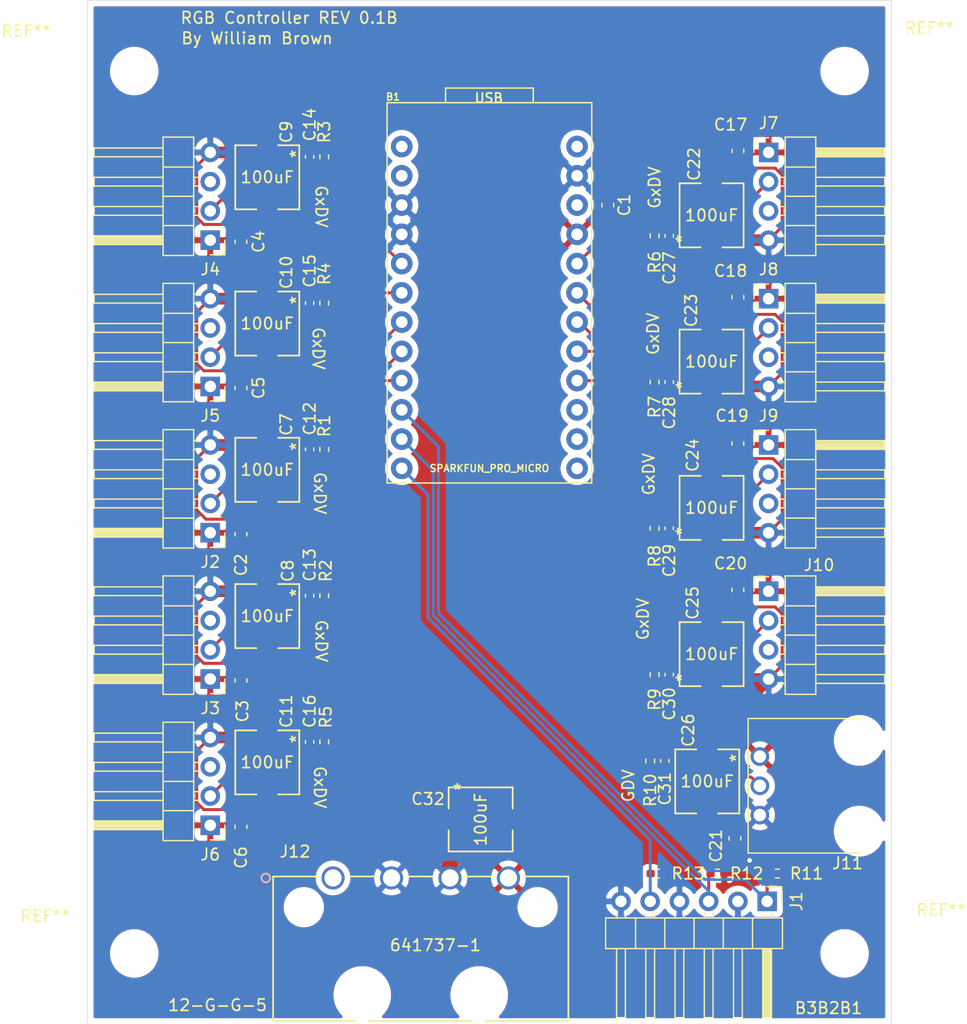
<source format=kicad_pcb>
(kicad_pcb (version 20171130) (host pcbnew "(5.1.7)-1")
  (layers (0 F.Cu signal) (31 B.Cu signal) (34 B.Paste user) (35 F.Paste user) (36 B.SilkS user) (37 F.SilkS user) (38 B.Mask user) (39 F.Mask user) (44 Edge.Cuts user))
  (net 0 "")
  (net 1 "Net-(B1-Pad1)")
  (net 2 "Net-(B1-Pad2)")
  (net 3 GND)
  (net 4 /CH1)
  (net 5 /CH2)
  (net 6 /CH3)
  (net 7 /CH4)
  (net 8 /CH5)
  (net 9 /BUT1)
  (net 10 /BUT2)
  (net 11 /BUT3)
  (net 12 "Net-(B1-Pad13)")
  (net 13 "Net-(B1-Pad14)")
  (net 14 "Net-(B1-Pad15)")
  (net 15 /CH10)
  (net 16 /CH9)
  (net 17 /CH8)
  (net 18 /CH7)
  (net 19 /CH6)
  (net 20 +5V)
  (net 21 "Net-(B1-Pad22)")
  (net 22 "Net-(B1-Pad24)")
  (net 23 "Net-(C12-Pad1)")
  (net 24 "Net-(C13-Pad1)")
  (net 25 "Net-(C14-Pad1)")
  (net 26 "Net-(C15-Pad1)")
  (net 27 "Net-(C16-Pad1)")
  (net 28 "Net-(C27-Pad1)")
  (net 29 "Net-(C28-Pad1)")
  (net 30 "Net-(C29-Pad1)")
  (net 31 "Net-(C30-Pad1)")
  (net 32 "Net-(C31-Pad1)")
  (net 33 "Net-(J2-Pad3)")
  (net 34 "Net-(J3-Pad3)")
  (net 35 "Net-(J4-Pad3)")
  (net 36 "Net-(J5-Pad3)")
  (net 37 "Net-(J6-Pad3)")
  (net 38 "Net-(J7-Pad3)")
  (net 39 "Net-(J8-Pad3)")
  (net 40 "Net-(J9-Pad3)")
  (net 41 "Net-(J10-Pad3)")
  (net 42 "Net-(J12-Pad1)")
  (module Boards:SPARKFUN_PRO_MICRO (layer F.Cu) (at 133.35 76.2)
    (fp_text reference B1 (at -8.382 -17.018) (layer F.SilkS) (effects (font (size 0.6096 0.6096) (thickness 0.127))))
    (fp_text value SPARKFUN_PRO_MICRO (at 0 15.24) (layer F.SilkS) (effects (font (size 0.6096 0.6096) (thickness 0.127))))
    (fp_text user USB (at -0.0508 -16.9164) (layer F.SilkS) (effects (font (size 0.8128 0.8128) (thickness 0.1524))))
    (pad 24 thru_hole circle (at 7.62 -12.7) (size 1.8796 1.8796) (drill 1.016) (layers *.Cu *.Mask) (net 22 "Net-(B1-Pad24)"))
    (pad 23 thru_hole circle (at 7.62 -10.16) (size 1.8796 1.8796) (drill 1.016) (layers *.Cu *.Mask) (net 3 GND))
    (pad 22 thru_hole circle (at 7.62 -7.62) (size 1.8796 1.8796) (drill 1.016) (layers *.Cu *.Mask) (net 21 "Net-(B1-Pad22)"))
    (pad 21 thru_hole circle (at 7.62 -5.08) (size 1.8796 1.8796) (drill 1.016) (layers *.Cu *.Mask) (net 20 +5V))
    (pad 20 thru_hole circle (at 7.62 -2.54) (size 1.8796 1.8796) (drill 1.016) (layers *.Cu *.Mask) (net 19 /CH6))
    (pad 19 thru_hole circle (at 7.62 0) (size 1.8796 1.8796) (drill 1.016) (layers *.Cu *.Mask) (net 18 /CH7))
    (pad 18 thru_hole circle (at 7.62 2.54) (size 1.8796 1.8796) (drill 1.016) (layers *.Cu *.Mask) (net 17 /CH8))
    (pad 17 thru_hole circle (at 7.62 5.08) (size 1.8796 1.8796) (drill 1.016) (layers *.Cu *.Mask) (net 16 /CH9))
    (pad 16 thru_hole circle (at 7.62 7.62) (size 1.8796 1.8796) (drill 1.016) (layers *.Cu *.Mask) (net 15 /CH10))
    (pad 15 thru_hole circle (at 7.62 10.16) (size 1.8796 1.8796) (drill 1.016) (layers *.Cu *.Mask) (net 14 "Net-(B1-Pad15)"))
    (pad 14 thru_hole circle (at 7.62 12.7) (size 1.8796 1.8796) (drill 1.016) (layers *.Cu *.Mask) (net 13 "Net-(B1-Pad14)"))
    (pad 13 thru_hole circle (at 7.62 15.24) (size 1.8796 1.8796) (drill 1.016) (layers *.Cu *.Mask) (net 12 "Net-(B1-Pad13)"))
    (pad 12 thru_hole circle (at -7.62 15.24) (size 1.8796 1.8796) (drill 1.016) (layers *.Cu *.Mask) (net 11 /BUT3))
    (pad 11 thru_hole circle (at -7.62 12.7) (size 1.8796 1.8796) (drill 1.016) (layers *.Cu *.Mask) (net 10 /BUT2))
    (pad 10 thru_hole circle (at -7.62 10.16) (size 1.8796 1.8796) (drill 1.016) (layers *.Cu *.Mask) (net 9 /BUT1))
    (pad 9 thru_hole circle (at -7.62 7.62) (size 1.8796 1.8796) (drill 1.016) (layers *.Cu *.Mask) (net 8 /CH5))
    (pad 8 thru_hole circle (at -7.62 5.08) (size 1.8796 1.8796) (drill 1.016) (layers *.Cu *.Mask) (net 7 /CH4))
    (pad 7 thru_hole circle (at -7.62 2.54) (size 1.8796 1.8796) (drill 1.016) (layers *.Cu *.Mask) (net 6 /CH3))
    (pad 6 thru_hole circle (at -7.62 0) (size 1.8796 1.8796) (drill 1.016) (layers *.Cu *.Mask) (net 5 /CH2))
    (pad 5 thru_hole circle (at -7.62 -2.54) (size 1.8796 1.8796) (drill 1.016) (layers *.Cu *.Mask) (net 4 /CH1))
    (pad 4 thru_hole circle (at -7.62 -5.08) (size 1.8796 1.8796) (drill 1.016) (layers *.Cu *.Mask) (net 3 GND))
    (pad 3 thru_hole circle (at -7.62 -7.62) (size 1.8796 1.8796) (drill 1.016) (layers *.Cu *.Mask) (net 3 GND))
    (pad 2 thru_hole circle (at -7.62 -10.16) (size 1.8796 1.8796) (drill 1.016) (layers *.Cu *.Mask) (net 2 "Net-(B1-Pad2)"))
    (pad 1 thru_hole circle (at -7.62 -12.7) (size 1.8796 1.8796) (drill 1.016) (layers *.Cu *.Mask) (net 1 "Net-(B1-Pad1)"))
  )
  (module Capacitor_SMD:C_0603_1608Metric_Pad1.08x0.95mm_HandSolder (layer F.Cu) (at 154.686 123.571 270)
    (fp_text reference C21 (at 0.635 1.651 90) (layer F.SilkS))
    (fp_text value 10uF)
    (pad 2 smd roundrect (at 0.8625 0 270) (size 1.075 0.95) (layers F.Cu F.Paste F.Mask) (net 3 GND))
    (pad 1 smd roundrect (at -0.8625 0 270) (size 1.075 0.95) (layers F.Cu F.Paste F.Mask) (net 20 +5V))
  )
  (module "Custom Footprints:UWR1A101MCL1GB" (layer F.Cu) (at 114.046 104.267 90)
    (fp_text reference C8 (at 3.937 1.778 90) (layer F.SilkS))
    (fp_text value 100uF (at 0 0) (layer F.SilkS))
    (fp_text user * (at 2.032 2.54 90) (layer F.SilkS))
    (pad 2 smd rect (at 2.0955 0 90) (size 2.7178 1.2192) (layers F.Cu F.Paste F.Mask) (net 3 GND))
    (pad 1 smd rect (at -2.0955 0 90) (size 2.7178 1.2192) (layers F.Cu F.Paste F.Mask) (net 20 +5V))
  )
  (module MountingHole:MountingHole_3.2mm_M3 (layer F.Cu) (at 102.489 133.5532)
    (fp_text reference REF** (at -7.747 -3.2512) (layer F.SilkS))
    (fp_text value MountingHole_3.2mm_M3)
    (pad 1 np_thru_hole circle (at 0 0) (size 3.2 3.2) (drill 3.2) (layers *.Cu *.Mask))
  )
  (module MountingHole:MountingHole_3.2mm_M3 (layer F.Cu) (at 102.489 56.9468)
    (fp_text reference REF** (at -9.398 -3.4798) (layer F.SilkS))
    (fp_text value MountingHole_3.2mm_M3)
    (pad 1 np_thru_hole circle (at 0 0) (size 3.2 3.2) (drill 3.2) (layers *.Cu *.Mask))
  )
  (module MountingHole:MountingHole_3.2mm_M3 (layer F.Cu) (at 164.211 133.5532)
    (fp_text reference REF** (at 8.382 -3.7592) (layer F.SilkS))
    (fp_text value MountingHole_3.2mm_M3)
    (pad 1 np_thru_hole circle (at 0 0) (size 3.2 3.2) (drill 3.2) (layers *.Cu *.Mask))
  )
  (module MountingHole:MountingHole_3.2mm_M3 (layer F.Cu) (at 164.211 56.9468)
    (fp_text reference REF** (at 7.366 -3.7338) (layer F.SilkS))
    (fp_text value MountingHole_3.2mm_M3)
    (pad 1 np_thru_hole circle (at 0 0) (size 3.2 3.2) (drill 3.2) (layers *.Cu *.Mask))
  )
  (module Capacitor_SMD:C_0603_1608Metric_Pad1.08x0.95mm_HandSolder (layer F.Cu) (at 143.637 68.58 270)
    (fp_text reference C1 (at 0 -1.43 90) (layer F.SilkS))
    (fp_text value 10uF)
    (pad 2 smd roundrect (at 0.8625 0 270) (size 1.075 0.95) (layers F.Cu F.Paste F.Mask) (net 20 +5V))
    (pad 1 smd roundrect (at -0.8625 0 270) (size 1.075 0.95) (layers F.Cu F.Paste F.Mask) (net 3 GND))
  )
  (module Capacitor_SMD:C_0603_1608Metric_Pad1.08x0.95mm_HandSolder (layer F.Cu) (at 111.76 97.155 90)
    (fp_text reference C2 (at -2.667 0 90) (layer F.SilkS))
    (fp_text value 10uF)
    (pad 2 smd roundrect (at 0.8625 0 90) (size 1.075 0.95) (layers F.Cu F.Paste F.Mask) (net 3 GND))
    (pad 1 smd roundrect (at -0.8625 0 90) (size 1.075 0.95) (layers F.Cu F.Paste F.Mask) (net 20 +5V))
  )
  (module Capacitor_SMD:C_0603_1608Metric_Pad1.08x0.95mm_HandSolder (layer F.Cu) (at 111.76 109.855 90)
    (fp_text reference C3 (at -2.667 0.127 90) (layer F.SilkS))
    (fp_text value 10uF)
    (pad 2 smd roundrect (at 0.8625 0 90) (size 1.075 0.95) (layers F.Cu F.Paste F.Mask) (net 3 GND))
    (pad 1 smd roundrect (at -0.8625 0 90) (size 1.075 0.95) (layers F.Cu F.Paste F.Mask) (net 20 +5V))
  )
  (module Capacitor_SMD:C_0603_1608Metric_Pad1.08x0.95mm_HandSolder (layer F.Cu) (at 111.76 71.755 90)
    (fp_text reference C4 (at 0 1.524 90) (layer F.SilkS))
    (fp_text value 10uF)
    (pad 2 smd roundrect (at 0.8625 0 90) (size 1.075 0.95) (layers F.Cu F.Paste F.Mask) (net 3 GND))
    (pad 1 smd roundrect (at -0.8625 0 90) (size 1.075 0.95) (layers F.Cu F.Paste F.Mask) (net 20 +5V))
  )
  (module Capacitor_SMD:C_0603_1608Metric_Pad1.08x0.95mm_HandSolder (layer F.Cu) (at 111.76 84.455 90)
    (fp_text reference C5 (at 0 1.524 90) (layer F.SilkS))
    (fp_text value 10uF)
    (pad 2 smd roundrect (at 0.8625 0 90) (size 1.075 0.95) (layers F.Cu F.Paste F.Mask) (net 3 GND))
    (pad 1 smd roundrect (at -0.8625 0 90) (size 1.075 0.95) (layers F.Cu F.Paste F.Mask) (net 20 +5V))
  )
  (module Capacitor_SMD:C_0603_1608Metric_Pad1.08x0.95mm_HandSolder (layer F.Cu) (at 111.76 122.555 90)
    (fp_text reference C6 (at -2.667 0 90) (layer F.SilkS))
    (fp_text value 10uF)
    (pad 2 smd roundrect (at 0.8625 0 90) (size 1.075 0.95) (layers F.Cu F.Paste F.Mask) (net 3 GND))
    (pad 1 smd roundrect (at -0.8625 0 90) (size 1.075 0.95) (layers F.Cu F.Paste F.Mask) (net 20 +5V))
  )
  (module "Custom Footprints:UWR1A101MCL1GB" (layer F.Cu) (at 114.046 91.567 90)
    (fp_text reference C7 (at 3.937 1.651 90) (layer F.SilkS))
    (fp_text value 100uF (at 0 0) (layer F.SilkS))
    (fp_text user * (at 2.032 2.54 90) (layer F.SilkS))
    (pad 2 smd rect (at 2.0955 0 90) (size 2.7178 1.2192) (layers F.Cu F.Paste F.Mask) (net 3 GND))
    (pad 1 smd rect (at -2.0955 0 90) (size 2.7178 1.2192) (layers F.Cu F.Paste F.Mask) (net 20 +5V))
  )
  (module "Custom Footprints:UWR1A101MCL1GB" (layer F.Cu) (at 114.046 66.167 90)
    (fp_text reference C9 (at 3.937 1.651 90) (layer F.SilkS))
    (fp_text value 100uF (at 0 0) (layer F.SilkS))
    (fp_text user * (at 2.032 2.54 90) (layer F.SilkS))
    (pad 2 smd rect (at 2.0955 0 90) (size 2.7178 1.2192) (layers F.Cu F.Paste F.Mask) (net 3 GND))
    (pad 1 smd rect (at -2.0955 0 90) (size 2.7178 1.2192) (layers F.Cu F.Paste F.Mask) (net 20 +5V))
  )
  (module "Custom Footprints:UWR1A101MCL1GB" (layer F.Cu) (at 114.046 78.867 90)
    (fp_text reference C10 (at 4.445 1.651 90) (layer F.SilkS))
    (fp_text value 100uF (at 0 0) (layer F.SilkS))
    (fp_text user * (at 2.032 2.54 90) (layer F.SilkS))
    (pad 2 smd rect (at 2.0955 0 90) (size 2.7178 1.2192) (layers F.Cu F.Paste F.Mask) (net 3 GND))
    (pad 1 smd rect (at -2.0955 0 90) (size 2.7178 1.2192) (layers F.Cu F.Paste F.Mask) (net 20 +5V))
  )
  (module "Custom Footprints:UWR1A101MCL1GB" (layer F.Cu) (at 114.046 116.967 90)
    (fp_text reference C11 (at 4.445 1.651 90) (layer F.SilkS))
    (fp_text value 100uF (at 0 0) (layer F.SilkS))
    (fp_text user * (at 2.032 2.54 90) (layer F.SilkS))
    (pad 2 smd rect (at 2.0955 0 90) (size 2.7178 1.2192) (layers F.Cu F.Paste F.Mask) (net 3 GND))
    (pad 1 smd rect (at -2.0955 0 90) (size 2.7178 1.2192) (layers F.Cu F.Paste F.Mask) (net 20 +5V))
  )
  (module Capacitor_SMD:C_0402_1005Metric_Pad0.74x0.62mm_HandSolder (layer F.Cu) (at 117.729 89.789 90)
    (fp_text reference C12 (at 2.667 0 90) (layer F.SilkS))
    (fp_text value 0.1uF)
    (pad 2 smd roundrect (at 0.5675 0 90) (size 0.735 0.62) (layers F.Cu F.Paste F.Mask) (net 3 GND))
    (pad 1 smd roundrect (at -0.5675 0 90) (size 0.735 0.62) (layers F.Cu F.Paste F.Mask) (net 23 "Net-(C12-Pad1)"))
  )
  (module Capacitor_SMD:C_0402_1005Metric_Pad0.74x0.62mm_HandSolder (layer F.Cu) (at 117.729 102.489 90)
    (fp_text reference C13 (at 2.667 0 90) (layer F.SilkS))
    (fp_text value 0.1uF)
    (pad 2 smd roundrect (at 0.5675 0 90) (size 0.735 0.62) (layers F.Cu F.Paste F.Mask) (net 3 GND))
    (pad 1 smd roundrect (at -0.5675 0 90) (size 0.735 0.62) (layers F.Cu F.Paste F.Mask) (net 24 "Net-(C13-Pad1)"))
  )
  (module Capacitor_SMD:C_0402_1005Metric_Pad0.74x0.62mm_HandSolder (layer F.Cu) (at 117.729 64.389 90)
    (fp_text reference C14 (at 2.794 0 90) (layer F.SilkS))
    (fp_text value 0.1uF)
    (pad 2 smd roundrect (at 0.5675 0 90) (size 0.735 0.62) (layers F.Cu F.Paste F.Mask) (net 3 GND))
    (pad 1 smd roundrect (at -0.5675 0 90) (size 0.735 0.62) (layers F.Cu F.Paste F.Mask) (net 25 "Net-(C14-Pad1)"))
  )
  (module Capacitor_SMD:C_0402_1005Metric_Pad0.74x0.62mm_HandSolder (layer F.Cu) (at 117.729 77.089 90)
    (fp_text reference C15 (at 2.794 0 90) (layer F.SilkS))
    (fp_text value 0.1uF)
    (pad 2 smd roundrect (at 0.5675 0 90) (size 0.735 0.62) (layers F.Cu F.Paste F.Mask) (net 3 GND))
    (pad 1 smd roundrect (at -0.5675 0 90) (size 0.735 0.62) (layers F.Cu F.Paste F.Mask) (net 26 "Net-(C15-Pad1)"))
  )
  (module Capacitor_SMD:C_0402_1005Metric_Pad0.74x0.62mm_HandSolder (layer F.Cu) (at 117.729 115.189 90)
    (fp_text reference C16 (at 2.667 0 90) (layer F.SilkS))
    (fp_text value 0.1uF)
    (pad 2 smd roundrect (at 0.5675 0 90) (size 0.735 0.62) (layers F.Cu F.Paste F.Mask) (net 3 GND))
    (pad 1 smd roundrect (at -0.5675 0 90) (size 0.735 0.62) (layers F.Cu F.Paste F.Mask) (net 27 "Net-(C16-Pad1)"))
  )
  (module Capacitor_SMD:C_0603_1608Metric_Pad1.08x0.95mm_HandSolder (layer F.Cu) (at 154.94 63.881 270)
    (fp_text reference C17 (at -2.286 0.635 180) (layer F.SilkS))
    (fp_text value 10uF)
    (pad 2 smd roundrect (at 0.8625 0 270) (size 1.075 0.95) (layers F.Cu F.Paste F.Mask) (net 3 GND))
    (pad 1 smd roundrect (at -0.8625 0 270) (size 1.075 0.95) (layers F.Cu F.Paste F.Mask) (net 20 +5V))
  )
  (module Capacitor_SMD:C_0603_1608Metric_Pad1.08x0.95mm_HandSolder (layer F.Cu) (at 154.94 76.581 270)
    (fp_text reference C18 (at -2.286 0.635 180) (layer F.SilkS))
    (fp_text value 10uF)
    (pad 2 smd roundrect (at 0.8625 0 270) (size 1.075 0.95) (layers F.Cu F.Paste F.Mask) (net 3 GND))
    (pad 1 smd roundrect (at -0.8625 0 270) (size 1.075 0.95) (layers F.Cu F.Paste F.Mask) (net 20 +5V))
  )
  (module Capacitor_SMD:C_0603_1608Metric_Pad1.08x0.95mm_HandSolder (layer F.Cu) (at 154.94 89.281 270)
    (fp_text reference C19 (at -2.413 0.508 180) (layer F.SilkS))
    (fp_text value 10uF)
    (pad 2 smd roundrect (at 0.8625 0 270) (size 1.075 0.95) (layers F.Cu F.Paste F.Mask) (net 3 GND))
    (pad 1 smd roundrect (at -0.8625 0 270) (size 1.075 0.95) (layers F.Cu F.Paste F.Mask) (net 20 +5V))
  )
  (module Capacitor_SMD:C_0603_1608Metric_Pad1.08x0.95mm_HandSolder (layer F.Cu) (at 154.94 101.981 270)
    (fp_text reference C20 (at -2.286 0.635 180) (layer F.SilkS))
    (fp_text value 10uF)
    (pad 2 smd roundrect (at 0.8625 0 270) (size 1.075 0.95) (layers F.Cu F.Paste F.Mask) (net 3 GND))
    (pad 1 smd roundrect (at -0.8625 0 270) (size 1.075 0.95) (layers F.Cu F.Paste F.Mask) (net 20 +5V))
  )
  (module "Custom Footprints:UWR1A101MCL1GB" (layer F.Cu) (at 152.654 69.469 270)
    (fp_text reference C22 (at -4.445 1.524 90) (layer F.SilkS))
    (fp_text value 100uF (at 0 0) (layer F.SilkS))
    (fp_text user * (at 2.032 2.54 90) (layer F.SilkS))
    (pad 2 smd rect (at 2.0955 0 270) (size 2.7178 1.2192) (layers F.Cu F.Paste F.Mask) (net 3 GND))
    (pad 1 smd rect (at -2.0955 0 270) (size 2.7178 1.2192) (layers F.Cu F.Paste F.Mask) (net 20 +5V))
  )
  (module "Custom Footprints:UWR1A101MCL1GB" (layer F.Cu) (at 152.654 82.169 270)
    (fp_text reference C23 (at -4.445 1.778 90) (layer F.SilkS))
    (fp_text value 100uF (at 0 0) (layer F.SilkS))
    (fp_text user * (at 2.032 2.54 90) (layer F.SilkS))
    (pad 2 smd rect (at 2.0955 0 270) (size 2.7178 1.2192) (layers F.Cu F.Paste F.Mask) (net 3 GND))
    (pad 1 smd rect (at -2.0955 0 270) (size 2.7178 1.2192) (layers F.Cu F.Paste F.Mask) (net 20 +5V))
  )
  (module "Custom Footprints:UWR1A101MCL1GB" (layer F.Cu) (at 152.654 94.869 270)
    (fp_text reference C24 (at -4.572 1.651 90) (layer F.SilkS))
    (fp_text value 100uF (at 0 0) (layer F.SilkS))
    (fp_text user * (at 2.032 2.54 90) (layer F.SilkS))
    (pad 2 smd rect (at 2.0955 0 270) (size 2.7178 1.2192) (layers F.Cu F.Paste F.Mask) (net 3 GND))
    (pad 1 smd rect (at -2.0955 0 270) (size 2.7178 1.2192) (layers F.Cu F.Paste F.Mask) (net 20 +5V))
  )
  (module "Custom Footprints:UWR1A101MCL1GB" (layer F.Cu) (at 152.654 107.569 270)
    (fp_text reference C25 (at -4.445 1.651 90) (layer F.SilkS))
    (fp_text value 100uF (at 0 0) (layer F.SilkS))
    (fp_text user * (at 2.032 2.54 90) (layer F.SilkS))
    (pad 2 smd rect (at 2.0955 0 270) (size 2.7178 1.2192) (layers F.Cu F.Paste F.Mask) (net 3 GND))
    (pad 1 smd rect (at -2.0955 0 270) (size 2.7178 1.2192) (layers F.Cu F.Paste F.Mask) (net 20 +5V))
  )
  (module "Custom Footprints:UWR1A101MCL1GB" (layer F.Cu) (at 152.273 118.618 90)
    (fp_text reference C26 (at 4.445 -1.651 90) (layer F.SilkS))
    (fp_text value 100uF (at 0 0) (layer F.SilkS))
    (fp_text user * (at 2.032 2.54 90) (layer F.SilkS))
    (pad 2 smd rect (at 2.0955 0 90) (size 2.7178 1.2192) (layers F.Cu F.Paste F.Mask) (net 3 GND))
    (pad 1 smd rect (at -2.0955 0 90) (size 2.7178 1.2192) (layers F.Cu F.Paste F.Mask) (net 20 +5V))
  )
  (module Capacitor_SMD:C_0402_1005Metric_Pad0.74x0.62mm_HandSolder (layer F.Cu) (at 148.971 71.247 270)
    (fp_text reference C27 (at 2.794 0 90) (layer F.SilkS))
    (fp_text value 0.1uF)
    (pad 2 smd roundrect (at 0.5675 0 270) (size 0.735 0.62) (layers F.Cu F.Paste F.Mask) (net 3 GND))
    (pad 1 smd roundrect (at -0.5675 0 270) (size 0.735 0.62) (layers F.Cu F.Paste F.Mask) (net 28 "Net-(C27-Pad1)"))
  )
  (module Capacitor_SMD:C_0402_1005Metric_Pad0.74x0.62mm_HandSolder (layer F.Cu) (at 148.971 83.947 270)
    (fp_text reference C28 (at 2.667 0 90) (layer F.SilkS))
    (fp_text value 0.1uF)
    (pad 2 smd roundrect (at 0.5675 0 270) (size 0.735 0.62) (layers F.Cu F.Paste F.Mask) (net 3 GND))
    (pad 1 smd roundrect (at -0.5675 0 270) (size 0.735 0.62) (layers F.Cu F.Paste F.Mask) (net 29 "Net-(C28-Pad1)"))
  )
  (module Capacitor_SMD:C_0402_1005Metric_Pad0.74x0.62mm_HandSolder (layer F.Cu) (at 148.971 96.647 270)
    (fp_text reference C29 (at 2.794 0 90) (layer F.SilkS))
    (fp_text value 0.1uF)
    (pad 2 smd roundrect (at 0.5675 0 270) (size 0.735 0.62) (layers F.Cu F.Paste F.Mask) (net 3 GND))
    (pad 1 smd roundrect (at -0.5675 0 270) (size 0.735 0.62) (layers F.Cu F.Paste F.Mask) (net 30 "Net-(C29-Pad1)"))
  )
  (module Capacitor_SMD:C_0402_1005Metric_Pad0.74x0.62mm_HandSolder (layer F.Cu) (at 148.971 109.347 270)
    (fp_text reference C30 (at 2.54 0 90) (layer F.SilkS))
    (fp_text value 0.1uF)
    (pad 2 smd roundrect (at 0.5675 0 270) (size 0.735 0.62) (layers F.Cu F.Paste F.Mask) (net 3 GND))
    (pad 1 smd roundrect (at -0.5675 0 270) (size 0.735 0.62) (layers F.Cu F.Paste F.Mask) (net 31 "Net-(C30-Pad1)"))
  )
  (module Capacitor_SMD:C_0402_1005Metric_Pad0.74x0.62mm_HandSolder (layer F.Cu) (at 148.59 116.84 90)
    (fp_text reference C31 (at -2.413 0 90) (layer F.SilkS))
    (fp_text value 0.1uF)
    (pad 2 smd roundrect (at 0.5675 0 90) (size 0.735 0.62) (layers F.Cu F.Paste F.Mask) (net 3 GND))
    (pad 1 smd roundrect (at -0.5675 0 90) (size 0.735 0.62) (layers F.Cu F.Paste F.Mask) (net 32 "Net-(C31-Pad1)"))
  )
  (module "Custom Footprints:UWR1A101MCL1GB" (layer F.Cu) (at 132.588 121.92 180)
    (fp_text reference C32 (at 4.572 1.778) (layer F.SilkS))
    (fp_text value 100uF (at 0 0 90) (layer F.SilkS))
    (fp_text user * (at 2.032 2.54) (layer F.SilkS))
    (pad 2 smd rect (at 2.0955 0 180) (size 2.7178 1.2192) (layers F.Cu F.Paste F.Mask) (net 3 GND))
    (pad 1 smd rect (at -2.0955 0 180) (size 2.7178 1.2192) (layers F.Cu F.Paste F.Mask) (net 20 +5V))
  )
  (module Connector_PinHeader_2.54mm:PinHeader_1x06_P2.54mm_Horizontal (layer F.Cu) (at 157.48 129.032 270)
    (fp_text reference J1 (at 0 -2.54 90) (layer F.SilkS))
    (fp_text value Conn_01x06)
    (pad 6 thru_hole oval (at 0 12.7 270) (size 1.7 1.7) (drill 1) (layers *.Cu *.Mask) (net 3 GND))
    (pad 5 thru_hole oval (at 0 10.16 270) (size 1.7 1.7) (drill 1) (layers *.Cu *.Mask) (net 11 /BUT3))
    (pad 4 thru_hole oval (at 0 7.62 270) (size 1.7 1.7) (drill 1) (layers *.Cu *.Mask) (net 3 GND))
    (pad 3 thru_hole oval (at 0 5.08 270) (size 1.7 1.7) (drill 1) (layers *.Cu *.Mask) (net 10 /BUT2))
    (pad 2 thru_hole oval (at 0 2.54 270) (size 1.7 1.7) (drill 1) (layers *.Cu *.Mask) (net 3 GND))
    (pad 1 thru_hole rect (at 0 0 270) (size 1.7 1.7) (drill 1) (layers *.Cu *.Mask) (net 9 /BUT1))
  )
  (module Connector_PinHeader_2.54mm:PinHeader_1x04_P2.54mm_Horizontal (layer F.Cu) (at 109.093 97.028 180)
    (fp_text reference J2 (at 0 -2.54) (layer F.SilkS))
    (fp_text value Conn_01x04)
    (pad 4 thru_hole oval (at 0 7.62 180) (size 1.7 1.7) (drill 1) (layers *.Cu *.Mask) (net 3 GND))
    (pad 3 thru_hole oval (at 0 5.08 180) (size 1.7 1.7) (drill 1) (layers *.Cu *.Mask) (net 33 "Net-(J2-Pad3)"))
    (pad 2 thru_hole oval (at 0 2.54 180) (size 1.7 1.7) (drill 1) (layers *.Cu *.Mask) (net 23 "Net-(C12-Pad1)"))
    (pad 1 thru_hole rect (at 0 0 180) (size 1.7 1.7) (drill 1) (layers *.Cu *.Mask) (net 20 +5V))
  )
  (module Connector_PinHeader_2.54mm:PinHeader_1x04_P2.54mm_Horizontal (layer F.Cu) (at 109.093 109.728 180)
    (fp_text reference J3 (at 0 -2.54) (layer F.SilkS))
    (fp_text value Conn_01x04)
    (pad 4 thru_hole oval (at 0 7.62 180) (size 1.7 1.7) (drill 1) (layers *.Cu *.Mask) (net 3 GND))
    (pad 3 thru_hole oval (at 0 5.08 180) (size 1.7 1.7) (drill 1) (layers *.Cu *.Mask) (net 34 "Net-(J3-Pad3)"))
    (pad 2 thru_hole oval (at 0 2.54 180) (size 1.7 1.7) (drill 1) (layers *.Cu *.Mask) (net 24 "Net-(C13-Pad1)"))
    (pad 1 thru_hole rect (at 0 0 180) (size 1.7 1.7) (drill 1) (layers *.Cu *.Mask) (net 20 +5V))
  )
  (module Connector_PinHeader_2.54mm:PinHeader_1x04_P2.54mm_Horizontal (layer F.Cu) (at 109.093 71.628 180)
    (fp_text reference J4 (at 0 -2.54) (layer F.SilkS))
    (fp_text value Conn_01x04)
    (pad 4 thru_hole oval (at 0 7.62 180) (size 1.7 1.7) (drill 1) (layers *.Cu *.Mask) (net 3 GND))
    (pad 3 thru_hole oval (at 0 5.08 180) (size 1.7 1.7) (drill 1) (layers *.Cu *.Mask) (net 35 "Net-(J4-Pad3)"))
    (pad 2 thru_hole oval (at 0 2.54 180) (size 1.7 1.7) (drill 1) (layers *.Cu *.Mask) (net 25 "Net-(C14-Pad1)"))
    (pad 1 thru_hole rect (at 0 0 180) (size 1.7 1.7) (drill 1) (layers *.Cu *.Mask) (net 20 +5V))
  )
  (module Connector_PinHeader_2.54mm:PinHeader_1x04_P2.54mm_Horizontal (layer F.Cu) (at 109.093 84.328 180)
    (fp_text reference J5 (at 0 -2.54) (layer F.SilkS))
    (fp_text value Conn_01x04)
    (pad 4 thru_hole oval (at 0 7.62 180) (size 1.7 1.7) (drill 1) (layers *.Cu *.Mask) (net 3 GND))
    (pad 3 thru_hole oval (at 0 5.08 180) (size 1.7 1.7) (drill 1) (layers *.Cu *.Mask) (net 36 "Net-(J5-Pad3)"))
    (pad 2 thru_hole oval (at 0 2.54 180) (size 1.7 1.7) (drill 1) (layers *.Cu *.Mask) (net 26 "Net-(C15-Pad1)"))
    (pad 1 thru_hole rect (at 0 0 180) (size 1.7 1.7) (drill 1) (layers *.Cu *.Mask) (net 20 +5V))
  )
  (module Connector_PinHeader_2.54mm:PinHeader_1x04_P2.54mm_Horizontal (layer F.Cu) (at 109.093 122.428 180)
    (fp_text reference J6 (at 0 -2.54) (layer F.SilkS))
    (fp_text value Conn_01x04)
    (pad 4 thru_hole oval (at 0 7.62 180) (size 1.7 1.7) (drill 1) (layers *.Cu *.Mask) (net 3 GND))
    (pad 3 thru_hole oval (at 0 5.08 180) (size 1.7 1.7) (drill 1) (layers *.Cu *.Mask) (net 37 "Net-(J6-Pad3)"))
    (pad 2 thru_hole oval (at 0 2.54 180) (size 1.7 1.7) (drill 1) (layers *.Cu *.Mask) (net 27 "Net-(C16-Pad1)"))
    (pad 1 thru_hole rect (at 0 0 180) (size 1.7 1.7) (drill 1) (layers *.Cu *.Mask) (net 20 +5V))
  )
  (module Connector_PinHeader_2.54mm:PinHeader_1x04_P2.54mm_Horizontal (layer F.Cu) (at 157.607 64.008)
    (fp_text reference J7 (at 0 -2.54) (layer F.SilkS))
    (fp_text value Conn_01x04)
    (pad 4 thru_hole oval (at 0 7.62) (size 1.7 1.7) (drill 1) (layers *.Cu *.Mask) (net 3 GND))
    (pad 3 thru_hole oval (at 0 5.08) (size 1.7 1.7) (drill 1) (layers *.Cu *.Mask) (net 38 "Net-(J7-Pad3)"))
    (pad 2 thru_hole oval (at 0 2.54) (size 1.7 1.7) (drill 1) (layers *.Cu *.Mask) (net 28 "Net-(C27-Pad1)"))
    (pad 1 thru_hole rect (at 0 0) (size 1.7 1.7) (drill 1) (layers *.Cu *.Mask) (net 20 +5V))
  )
  (module Connector_PinHeader_2.54mm:PinHeader_1x04_P2.54mm_Horizontal (layer F.Cu) (at 157.607 76.708)
    (fp_text reference J8 (at 0 -2.54) (layer F.SilkS))
    (fp_text value Conn_01x04)
    (pad 4 thru_hole oval (at 0 7.62) (size 1.7 1.7) (drill 1) (layers *.Cu *.Mask) (net 3 GND))
    (pad 3 thru_hole oval (at 0 5.08) (size 1.7 1.7) (drill 1) (layers *.Cu *.Mask) (net 39 "Net-(J8-Pad3)"))
    (pad 2 thru_hole oval (at 0 2.54) (size 1.7 1.7) (drill 1) (layers *.Cu *.Mask) (net 29 "Net-(C28-Pad1)"))
    (pad 1 thru_hole rect (at 0 0) (size 1.7 1.7) (drill 1) (layers *.Cu *.Mask) (net 20 +5V))
  )
  (module Connector_PinHeader_2.54mm:PinHeader_1x04_P2.54mm_Horizontal (layer F.Cu) (at 157.607 89.408)
    (fp_text reference J9 (at 0 -2.54) (layer F.SilkS))
    (fp_text value Conn_01x04)
    (pad 4 thru_hole oval (at 0 7.62) (size 1.7 1.7) (drill 1) (layers *.Cu *.Mask) (net 3 GND))
    (pad 3 thru_hole oval (at 0 5.08) (size 1.7 1.7) (drill 1) (layers *.Cu *.Mask) (net 40 "Net-(J9-Pad3)"))
    (pad 2 thru_hole oval (at 0 2.54) (size 1.7 1.7) (drill 1) (layers *.Cu *.Mask) (net 30 "Net-(C29-Pad1)"))
    (pad 1 thru_hole rect (at 0 0) (size 1.7 1.7) (drill 1) (layers *.Cu *.Mask) (net 20 +5V))
  )
  (module Connector_PinHeader_2.54mm:PinHeader_1x04_P2.54mm_Horizontal (layer F.Cu) (at 157.607 102.108)
    (fp_text reference J10 (at 4.385 -2.27) (layer F.SilkS))
    (fp_text value Conn_01x04)
    (pad 4 thru_hole oval (at 0 7.62) (size 1.7 1.7) (drill 1) (layers *.Cu *.Mask) (net 3 GND))
    (pad 3 thru_hole oval (at 0 5.08) (size 1.7 1.7) (drill 1) (layers *.Cu *.Mask) (net 41 "Net-(J10-Pad3)"))
    (pad 2 thru_hole oval (at 0 2.54) (size 1.7 1.7) (drill 1) (layers *.Cu *.Mask) (net 31 "Net-(C30-Pad1)"))
    (pad 1 thru_hole rect (at 0 0) (size 1.7 1.7) (drill 1) (layers *.Cu *.Mask) (net 20 +5V))
  )
  (module "Custom Footprints:70555-0002" (layer F.Cu) (at 156.845 118.999 90)
    (fp_text reference J11 (at -6.731 7.62 180) (layer F.SilkS))
    (fp_text value Conn_01x03)
    (pad "" np_thru_hole circle (at -3.94 8.64 90) (size 3.4 3.4) (drill 3.4) (layers *.Cu *.Mask))
    (pad "" np_thru_hole circle (at 3.94 8.64 90) (size 3.4 3.4) (drill 3.4) (layers *.Cu *.Mask))
    (pad 1 thru_hole circle (at -2.54 0 90) (size 1.624 1.624) (drill 1.09) (layers *.Cu *.Mask) (net 3 GND))
    (pad 3 thru_hole circle (at 2.54 0 90) (size 1.624 1.624) (drill 1.09) (layers *.Cu *.Mask) (net 20 +5V))
    (pad 2 thru_hole circle (at 0 0 90) (size 1.624 1.624) (drill 1.09) (layers *.Cu *.Mask) (net 32 "Net-(C31-Pad1)"))
  )
  (module "Custom Footprints:827001-2" (layer F.Cu) (at 135.001 127)
    (fp_text reference J12 (at -18.542 -2.286) (layer F.SilkS))
    (fp_text value 641737-1 (at -6.35 5.842) (layer F.SilkS))
    (fp_text user * (at 0 0) (layer F.SilkS))
    (pad 8 np_thru_hole circle (at -2.54 10.16) (size 3.9878 3.9878) (drill 3.9878) (layers *.Cu *.Mask))
    (pad 7 np_thru_hole circle (at -12.7 10.16) (size 3.9878 3.9878) (drill 3.9878) (layers *.Cu *.Mask))
    (pad 6 np_thru_hole circle (at 2.54 2.54) (size 2.4892 2.4892) (drill 2.4892) (layers *.Cu *.Mask))
    (pad 5 np_thru_hole circle (at -17.78 2.54) (size 2.4892 2.4892) (drill 2.4892) (layers *.Cu *.Mask))
    (pad 4 thru_hole circle (at 0 0) (size 2.0066 2.0066) (drill 1.4986) (layers *.Cu *.Mask) (net 20 +5V))
    (pad 3 thru_hole circle (at -5.08 0) (size 2.0066 2.0066) (drill 1.4986) (layers *.Cu *.Mask) (net 3 GND))
    (pad 2 thru_hole circle (at -10.16 0) (size 2.0066 2.0066) (drill 1.4986) (layers *.Cu *.Mask) (net 3 GND))
    (pad 1 thru_hole circle (at -15.24 0) (size 2.0066 2.0066) (drill 1.4986) (layers *.Cu *.Mask) (net 42 "Net-(J12-Pad1)"))
  )
  (module Resistor_SMD:R_0402_1005Metric_Pad0.72x0.64mm_HandSolder (layer F.Cu) (at 118.999 89.789 90)
    (fp_text reference R1 (at 2.032 0 90) (layer F.SilkS))
    (fp_text value 330)
    (pad 2 smd roundrect (at 0.5975 0 90) (size 0.715 0.64) (layers F.Cu F.Paste F.Mask) (net 6 /CH3))
    (pad 1 smd roundrect (at -0.5975 0 90) (size 0.715 0.64) (layers F.Cu F.Paste F.Mask) (net 23 "Net-(C12-Pad1)"))
  )
  (module Resistor_SMD:R_0402_1005Metric_Pad0.72x0.64mm_HandSolder (layer F.Cu) (at 118.999 102.489 90)
    (fp_text reference R2 (at 2.159 0.127 90) (layer F.SilkS))
    (fp_text value 330)
    (pad 1 smd roundrect (at -0.5975 0 90) (size 0.715 0.64) (layers F.Cu F.Paste F.Mask) (net 24 "Net-(C13-Pad1)"))
    (pad 2 smd roundrect (at 0.5975 0 90) (size 0.715 0.64) (layers F.Cu F.Paste F.Mask) (net 7 /CH4))
  )
  (module Resistor_SMD:R_0402_1005Metric_Pad0.72x0.64mm_HandSolder (layer F.Cu) (at 118.999 64.389 90)
    (fp_text reference R3 (at 2.159 0 90) (layer F.SilkS))
    (fp_text value 330)
    (pad 1 smd roundrect (at -0.5975 0 90) (size 0.715 0.64) (layers F.Cu F.Paste F.Mask) (net 25 "Net-(C14-Pad1)"))
    (pad 2 smd roundrect (at 0.5975 0 90) (size 0.715 0.64) (layers F.Cu F.Paste F.Mask) (net 4 /CH1))
  )
  (module Resistor_SMD:R_0402_1005Metric_Pad0.72x0.64mm_HandSolder (layer F.Cu) (at 118.999 77.089 90)
    (fp_text reference R4 (at 2.54 0 90) (layer F.SilkS))
    (fp_text value 330)
    (pad 2 smd roundrect (at 0.5975 0 90) (size 0.715 0.64) (layers F.Cu F.Paste F.Mask) (net 5 /CH2))
    (pad 1 smd roundrect (at -0.5975 0 90) (size 0.715 0.64) (layers F.Cu F.Paste F.Mask) (net 26 "Net-(C15-Pad1)"))
  )
  (module Resistor_SMD:R_0402_1005Metric_Pad0.72x0.64mm_HandSolder (layer F.Cu) (at 118.999 115.189 90)
    (fp_text reference R5 (at 2.159 0.127 90) (layer F.SilkS))
    (fp_text value 330)
    (pad 2 smd roundrect (at 0.5975 0 90) (size 0.715 0.64) (layers F.Cu F.Paste F.Mask) (net 8 /CH5))
    (pad 1 smd roundrect (at -0.5975 0 90) (size 0.715 0.64) (layers F.Cu F.Paste F.Mask) (net 27 "Net-(C16-Pad1)"))
  )
  (module Resistor_SMD:R_0402_1005Metric_Pad0.72x0.64mm_HandSolder (layer F.Cu) (at 147.701 71.247 270)
    (fp_text reference R6 (at 2.286 0 90) (layer F.SilkS))
    (fp_text value 330)
    (pad 1 smd roundrect (at -0.5975 0 270) (size 0.715 0.64) (layers F.Cu F.Paste F.Mask) (net 28 "Net-(C27-Pad1)"))
    (pad 2 smd roundrect (at 0.5975 0 270) (size 0.715 0.64) (layers F.Cu F.Paste F.Mask) (net 19 /CH6))
  )
  (module Resistor_SMD:R_0402_1005Metric_Pad0.72x0.64mm_HandSolder (layer F.Cu) (at 147.701 83.947 270)
    (fp_text reference R7 (at 2.159 0 90) (layer F.SilkS))
    (fp_text value 330)
    (pad 2 smd roundrect (at 0.5975 0 270) (size 0.715 0.64) (layers F.Cu F.Paste F.Mask) (net 18 /CH7))
    (pad 1 smd roundrect (at -0.5975 0 270) (size 0.715 0.64) (layers F.Cu F.Paste F.Mask) (net 29 "Net-(C28-Pad1)"))
  )
  (module Resistor_SMD:R_0402_1005Metric_Pad0.72x0.64mm_HandSolder (layer F.Cu) (at 147.701 96.647 270)
    (fp_text reference R8 (at 2.413 0 90) (layer F.SilkS))
    (fp_text value 330)
    (pad 1 smd roundrect (at -0.5975 0 270) (size 0.715 0.64) (layers F.Cu F.Paste F.Mask) (net 30 "Net-(C29-Pad1)"))
    (pad 2 smd roundrect (at 0.5975 0 270) (size 0.715 0.64) (layers F.Cu F.Paste F.Mask) (net 17 /CH8))
  )
  (module Resistor_SMD:R_0402_1005Metric_Pad0.72x0.64mm_HandSolder (layer F.Cu) (at 147.701 109.347 270)
    (fp_text reference R9 (at 2.159 0 90) (layer F.SilkS))
    (fp_text value 330)
    (pad 1 smd roundrect (at -0.5975 0 270) (size 0.715 0.64) (layers F.Cu F.Paste F.Mask) (net 31 "Net-(C30-Pad1)"))
    (pad 2 smd roundrect (at 0.5975 0 270) (size 0.715 0.64) (layers F.Cu F.Paste F.Mask) (net 16 /CH9))
  )
  (module Resistor_SMD:R_0402_1005Metric_Pad0.72x0.64mm_HandSolder (layer F.Cu) (at 147.32 116.84 90)
    (fp_text reference R10 (at -2.54 0 90) (layer F.SilkS))
    (fp_text value 330)
    (pad 2 smd roundrect (at 0.5975 0 90) (size 0.715 0.64) (layers F.Cu F.Paste F.Mask) (net 15 /CH10))
    (pad 1 smd roundrect (at -0.5975 0 90) (size 0.715 0.64) (layers F.Cu F.Paste F.Mask) (net 32 "Net-(C31-Pad1)"))
  )
  (module Resistor_SMD:R_0402_1005Metric_Pad0.72x0.64mm_HandSolder (layer F.Cu) (at 158.369 126.619)
    (fp_text reference R11 (at 2.54 0) (layer F.SilkS))
    (fp_text value 10k)
    (pad 1 smd roundrect (at -0.5975 0) (size 0.715 0.64) (layers F.Cu F.Paste F.Mask) (net 9 /BUT1))
    (pad 2 smd roundrect (at 0.5975 0) (size 0.715 0.64) (layers F.Cu F.Paste F.Mask) (net 20 +5V))
  )
  (module Resistor_SMD:R_0402_1005Metric_Pad0.72x0.64mm_HandSolder (layer F.Cu) (at 153.162 126.619)
    (fp_text reference R12 (at 2.54 0) (layer F.SilkS))
    (fp_text value 10k)
    (pad 2 smd roundrect (at 0.5975 0) (size 0.715 0.64) (layers F.Cu F.Paste F.Mask) (net 20 +5V))
    (pad 1 smd roundrect (at -0.5975 0) (size 0.715 0.64) (layers F.Cu F.Paste F.Mask) (net 10 /BUT2))
  )
  (module Resistor_SMD:R_0402_1005Metric_Pad0.72x0.64mm_HandSolder (layer F.Cu) (at 147.955 126.619)
    (fp_text reference R13 (at 2.667 0) (layer F.SilkS))
    (fp_text value 10k)
    (pad 1 smd roundrect (at -0.5975 0) (size 0.715 0.64) (layers F.Cu F.Paste F.Mask) (net 11 /BUT3))
    (pad 2 smd roundrect (at 0.5975 0) (size 0.715 0.64) (layers F.Cu F.Paste F.Mask) (net 20 +5V))
  )
  (gr_text B3B2B1 (at 162.814 138.303) (layer F.SilkS) (effects (font (size 1 1))))
  (gr_text 12-G-G-5 (at 109.728 138.049) (layer F.SilkS) (effects (font (size 1 1))))
  (gr_text GxDV (at 118.618 119.126 270) (layer F.SilkS) (effects (font (size 1 1))))
  (gr_text GxDV (at 118.745 106.426 270) (layer F.SilkS) (effects (font (size 1 1))))
  (gr_text GxDV (at 118.618 93.599 270) (layer F.SilkS) (effects (font (size 1 1))))
  (gr_text GxDV (at 118.491 81.026 270) (layer F.SilkS) (effects (font (size 1 1))))
  (gr_text GxDV (at 118.745 68.707 270) (layer F.SilkS) (effects (font (size 1 1))))
  (gr_text GxDV (at 147.701 67.056 90) (layer F.SilkS) (effects (font (size 1 1))))
  (gr_text GxDV (at 147.574 79.756 90) (layer F.SilkS) (effects (font (size 1 1))))
  (gr_text GxDV (at 147.193 91.948 90) (layer F.SilkS) (effects (font (size 1 1))))
  (gr_text GxDV (at 146.685 104.521 90) (layer F.SilkS) (effects (font (size 1 1))))
  (gr_text GDV (at 145.415 118.999 90) (layer F.SilkS) (effects (font (size 1 1))))
  (gr_text "By William Brown" (at 113.157 54.102) (layer F.SilkS) (effects (font (size 1 1))))
  (gr_text "RGB Controller REV 0.1B" (at 115.951 52.324) (layer F.SilkS) (effects (font (size 1 1))))
  (gr_line (start 168.275 139.7) (end 168.275 50.8) (layer Edge.Cuts) (width 0.05))
  (gr_line (start 98.425 139.7) (end 168.275 139.7) (layer Edge.Cuts) (width 0.05))
  (gr_line (start 98.425 50.8) (end 98.425 139.7) (layer Edge.Cuts) (width 0.05))
  (gr_line (start 98.425 50.8) (end 168.275 50.8) (layer Edge.Cuts) (width 0.05))
  (segment (start 152.7175 109.728) (end 152.654 109.6645) (width 1.016) (layer F.Cu) (net 3))
  (segment (start 157.607 109.728) (end 152.7175 109.728) (width 1.016) (layer F.Cu) (net 3))
  (segment (start 152.7175 97.028) (end 152.654 96.9645) (width 1.016) (layer F.Cu) (net 3))
  (segment (start 157.607 97.028) (end 152.7175 97.028) (width 1.016) (layer F.Cu) (net 3))
  (segment (start 152.7175 84.328) (end 152.654 84.2645) (width 1.016) (layer F.Cu) (net 3))
  (segment (start 157.607 84.328) (end 152.7175 84.328) (width 1.016) (layer F.Cu) (net 3))
  (segment (start 152.7175 71.628) (end 152.654 71.5645) (width 1.016) (layer F.Cu) (net 3))
  (segment (start 157.607 71.628) (end 152.7175 71.628) (width 1.016) (layer F.Cu) (net 3))
  (segment (start 113.9825 64.008) (end 114.046 64.0715) (width 1.016) (layer F.Cu) (net 3))
  (segment (start 109.093 64.008) (end 113.9825 64.008) (width 1.016) (layer F.Cu) (net 3))
  (segment (start 113.9825 76.708) (end 114.046 76.7715) (width 1.016) (layer F.Cu) (net 3))
  (segment (start 109.093 76.708) (end 113.9825 76.708) (width 1.016) (layer F.Cu) (net 3))
  (segment (start 113.9825 89.408) (end 114.046 89.4715) (width 1.016) (layer F.Cu) (net 3))
  (segment (start 109.093 89.408) (end 113.9825 89.408) (width 1.016) (layer F.Cu) (net 3))
  (segment (start 113.9825 102.108) (end 114.046 102.1715) (width 1.016) (layer F.Cu) (net 3))
  (segment (start 109.093 102.108) (end 113.9825 102.108) (width 1.016) (layer F.Cu) (net 3))
  (segment (start 113.9825 114.808) (end 114.046 114.8715) (width 1.016) (layer F.Cu) (net 3))
  (segment (start 109.093 114.808) (end 113.9825 114.808) (width 1.016) (layer F.Cu) (net 3))
  (segment (start 129.921 122.4915) (end 130.4925 121.92) (width 1.524) (layer F.Cu) (net 3))
  (segment (start 129.921 127) (end 129.921 122.4915) (width 1.524) (layer F.Cu) (net 3))
  (segment (start 107.915999 65.185001) (end 109.093 64.008) (width 0.254) (layer F.Cu) (net 3))
  (segment (start 107.915999 69.652961) (end 107.915999 65.185001) (width 0.254) (layer F.Cu) (net 3))
  (segment (start 108.528039 70.265001) (end 107.915999 69.652961) (width 0.254) (layer F.Cu) (net 3))
  (segment (start 111.132501 70.265001) (end 108.528039 70.265001) (width 0.254) (layer F.Cu) (net 3))
  (segment (start 111.76 70.8925) (end 111.132501 70.265001) (width 0.254) (layer F.Cu) (net 3))
  (segment (start 107.915999 77.885001) (end 109.093 76.708) (width 0.254) (layer F.Cu) (net 3))
  (segment (start 107.915999 82.352961) (end 107.915999 77.885001) (width 0.254) (layer F.Cu) (net 3))
  (segment (start 108.528039 82.965001) (end 107.915999 82.352961) (width 0.254) (layer F.Cu) (net 3))
  (segment (start 111.132501 82.965001) (end 108.528039 82.965001) (width 0.254) (layer F.Cu) (net 3))
  (segment (start 111.76 83.5925) (end 111.132501 82.965001) (width 0.254) (layer F.Cu) (net 3))
  (segment (start 107.915999 90.585001) (end 109.093 89.408) (width 0.254) (layer F.Cu) (net 3))
  (segment (start 107.915999 95.052961) (end 107.915999 90.585001) (width 0.254) (layer F.Cu) (net 3))
  (segment (start 108.714037 95.850999) (end 107.915999 95.052961) (width 0.254) (layer F.Cu) (net 3))
  (segment (start 111.318499 95.850999) (end 108.714037 95.850999) (width 0.254) (layer F.Cu) (net 3))
  (segment (start 111.76 96.2925) (end 111.318499 95.850999) (width 0.254) (layer F.Cu) (net 3))
  (segment (start 107.915999 103.285001) (end 109.093 102.108) (width 0.254) (layer F.Cu) (net 3))
  (segment (start 107.915999 107.752961) (end 107.915999 103.285001) (width 0.254) (layer F.Cu) (net 3))
  (segment (start 108.528039 108.365001) (end 107.915999 107.752961) (width 0.254) (layer F.Cu) (net 3))
  (segment (start 111.132501 108.365001) (end 108.528039 108.365001) (width 0.254) (layer F.Cu) (net 3))
  (segment (start 111.76 108.9925) (end 111.132501 108.365001) (width 0.254) (layer F.Cu) (net 3))
  (segment (start 107.915999 120.452961) (end 107.915999 115.985001) (width 0.254) (layer F.Cu) (net 3))
  (segment (start 107.915999 115.985001) (end 109.093 114.808) (width 0.254) (layer F.Cu) (net 3))
  (segment (start 108.528039 121.065001) (end 107.915999 120.452961) (width 0.254) (layer F.Cu) (net 3))
  (segment (start 111.132501 121.065001) (end 108.528039 121.065001) (width 0.254) (layer F.Cu) (net 3))
  (segment (start 111.76 121.6925) (end 111.132501 121.065001) (width 0.254) (layer F.Cu) (net 3))
  (segment (start 152.3365 116.459) (end 152.273 116.5225) (width 1.016) (layer F.Cu) (net 3))
  (segment (start 149.221 109.6645) (end 148.971 109.9145) (width 0.254) (layer F.Cu) (net 3))
  (segment (start 152.654 109.6645) (end 149.221 109.6645) (width 0.254) (layer F.Cu) (net 3))
  (segment (start 148.84 116.5225) (end 148.59 116.2725) (width 0.254) (layer F.Cu) (net 3))
  (segment (start 152.273 116.5225) (end 148.84 116.5225) (width 0.254) (layer F.Cu) (net 3))
  (segment (start 158.784001 91.383039) (end 158.784001 95.850999) (width 0.254) (layer F.Cu) (net 3))
  (segment (start 157.985963 90.585001) (end 158.784001 91.383039) (width 0.254) (layer F.Cu) (net 3))
  (segment (start 155.381501 90.585001) (end 157.985963 90.585001) (width 0.254) (layer F.Cu) (net 3))
  (segment (start 158.784001 95.850999) (end 157.607 97.028) (width 0.254) (layer F.Cu) (net 3))
  (segment (start 154.94 90.1435) (end 155.381501 90.585001) (width 0.254) (layer F.Cu) (net 3))
  (segment (start 158.784001 83.150999) (end 157.607 84.328) (width 0.254) (layer F.Cu) (net 3))
  (segment (start 158.784001 78.683039) (end 158.784001 83.150999) (width 0.254) (layer F.Cu) (net 3))
  (segment (start 158.171961 78.070999) (end 158.784001 78.683039) (width 0.254) (layer F.Cu) (net 3))
  (segment (start 155.567499 78.070999) (end 158.171961 78.070999) (width 0.254) (layer F.Cu) (net 3))
  (segment (start 154.94 77.4435) (end 155.567499 78.070999) (width 0.254) (layer F.Cu) (net 3))
  (segment (start 152.404 97.2145) (end 152.654 96.9645) (width 0.254) (layer F.Cu) (net 3))
  (segment (start 148.971 97.2145) (end 152.404 97.2145) (width 0.254) (layer F.Cu) (net 3))
  (segment (start 152.404 84.5145) (end 152.654 84.2645) (width 0.254) (layer F.Cu) (net 3))
  (segment (start 148.971 84.5145) (end 152.404 84.5145) (width 0.254) (layer F.Cu) (net 3))
  (segment (start 152.404 71.8145) (end 152.654 71.5645) (width 0.254) (layer F.Cu) (net 3))
  (segment (start 148.971 71.8145) (end 152.404 71.8145) (width 0.254) (layer F.Cu) (net 3))
  (segment (start 158.784001 108.550999) (end 157.607 109.728) (width 0.254) (layer F.Cu) (net 3))
  (segment (start 158.784001 104.083039) (end 158.784001 108.550999) (width 0.254) (layer F.Cu) (net 3))
  (segment (start 158.171961 103.470999) (end 158.784001 104.083039) (width 0.254) (layer F.Cu) (net 3))
  (segment (start 155.567499 103.470999) (end 158.171961 103.470999) (width 0.254) (layer F.Cu) (net 3))
  (segment (start 154.94 102.8435) (end 155.567499 103.470999) (width 0.254) (layer F.Cu) (net 3))
  (segment (start 114.296 89.2215) (end 114.046 89.4715) (width 0.254) (layer F.Cu) (net 3))
  (segment (start 117.729 89.2215) (end 114.296 89.2215) (width 0.254) (layer F.Cu) (net 3))
  (segment (start 114.296 76.5215) (end 114.046 76.7715) (width 0.254) (layer F.Cu) (net 3))
  (segment (start 117.729 76.5215) (end 114.296 76.5215) (width 0.254) (layer F.Cu) (net 3))
  (segment (start 114.296 63.8215) (end 114.046 64.0715) (width 0.254) (layer F.Cu) (net 3))
  (segment (start 117.729 63.8215) (end 114.296 63.8215) (width 0.254) (layer F.Cu) (net 3))
  (segment (start 114.296 101.9215) (end 114.046 102.1715) (width 0.254) (layer F.Cu) (net 3))
  (segment (start 117.729 101.9215) (end 114.296 101.9215) (width 0.254) (layer F.Cu) (net 3))
  (segment (start 114.296 114.6215) (end 114.046 114.8715) (width 0.254) (layer F.Cu) (net 3))
  (segment (start 117.729 114.6215) (end 114.296 114.6215) (width 0.254) (layer F.Cu) (net 3))
  (via (at 155.956 125.476) (size 0.8) (drill 0.4) (layers F.Cu B.Cu) (net 3))
  (segment (start 154.9135 124.4335) (end 155.956 125.476) (width 0.254) (layer F.Cu) (net 3))
  (segment (start 154.686 124.4335) (end 154.9135 124.4335) (width 0.254) (layer F.Cu) (net 3))
  (segment (start 142.6475 67.7175) (end 140.97 66.04) (width 0.254) (layer F.Cu) (net 3))
  (segment (start 143.637 67.7175) (end 142.6475 67.7175) (width 0.254) (layer F.Cu) (net 3))
  (segment (start 158.784001 70.450999) (end 157.607 71.628) (width 0.254) (layer F.Cu) (net 3))
  (segment (start 158.784001 65.983039) (end 158.784001 70.450999) (width 0.254) (layer F.Cu) (net 3))
  (segment (start 158.171961 65.370999) (end 158.784001 65.983039) (width 0.254) (layer F.Cu) (net 3))
  (segment (start 155.567499 65.370999) (end 158.171961 65.370999) (width 0.254) (layer F.Cu) (net 3))
  (segment (start 154.94 64.7435) (end 155.567499 65.370999) (width 0.254) (layer F.Cu) (net 3))
  (segment (start 152.273 115.062) (end 157.607 109.728) (width 1.016) (layer F.Cu) (net 3))
  (segment (start 152.273 116.5225) (end 152.273 115.062) (width 1.016) (layer F.Cu) (net 3))
  (segment (start 118.999 63.7915) (end 119.7985 63.7915) (width 0.254) (layer F.Cu) (net 4))
  (segment (start 119.7985 63.7915) (end 121.793 65.786) (width 0.254) (layer F.Cu) (net 4))
  (segment (start 121.793 69.723) (end 125.73 73.66) (width 0.254) (layer F.Cu) (net 4))
  (segment (start 121.793 65.786) (end 121.793 69.723) (width 0.254) (layer F.Cu) (net 4))
  (segment (start 122.555 76.2) (end 125.73 76.2) (width 0.254) (layer F.Cu) (net 5))
  (segment (start 118.999 76.4915) (end 121.8825 76.4915) (width 0.254) (layer F.Cu) (net 5))
  (segment (start 122.174 76.2) (end 125.73 76.2) (width 0.254) (layer F.Cu) (net 5))
  (segment (start 121.8825 76.4915) (end 122.174 76.2) (width 0.254) (layer F.Cu) (net 5))
  (segment (start 119.319 89.1915) (end 119.83374 88.67676) (width 0.254) (layer F.Cu) (net 6))
  (segment (start 118.999 89.1915) (end 119.319 89.1915) (width 0.254) (layer F.Cu) (net 6))
  (segment (start 119.83374 86.534193) (end 120.099694 86.26824) (width 0.254) (layer F.Cu) (net 6))
  (segment (start 119.83374 88.67676) (end 119.83374 86.534193) (width 0.254) (layer F.Cu) (net 6))
  (segment (start 120.099694 86.26824) (end 123.825 82.542934) (width 0.254) (layer F.Cu) (net 6))
  (segment (start 123.825 80.645) (end 125.73 78.74) (width 0.254) (layer F.Cu) (net 6))
  (segment (start 123.825 82.542934) (end 123.825 80.645) (width 0.254) (layer F.Cu) (net 6))
  (segment (start 120.28775 100.60275) (end 118.999 101.8915) (width 0.254) (layer F.Cu) (net 7))
  (segment (start 120.28775 86.72225) (end 120.28775 100.60275) (width 0.254) (layer F.Cu) (net 7))
  (segment (start 125.73 81.28) (end 120.28775 86.72225) (width 0.254) (layer F.Cu) (net 7))
  (segment (start 120.74176 112.84874) (end 118.999 114.5915) (width 0.254) (layer F.Cu) (net 8))
  (segment (start 120.74176 86.910306) (end 120.74176 112.84874) (width 0.254) (layer F.Cu) (net 8))
  (segment (start 123.832066 83.82) (end 120.74176 86.910306) (width 0.254) (layer F.Cu) (net 8))
  (segment (start 125.73 83.82) (end 123.832066 83.82) (width 0.254) (layer F.Cu) (net 8))
  (segment (start 125.73 86.36) (end 128.92402 89.55402) (width 0.254) (layer B.Cu) (net 9))
  (segment (start 128.92402 89.55402) (end 128.92402 104.017888) (width 0.254) (layer B.Cu) (net 9))
  (segment (start 128.92402 104.017888) (end 152.033132 127.127) (width 0.254) (layer B.Cu) (net 9))
  (segment (start 155.575 127.127) (end 157.48 129.032) (width 0.254) (layer B.Cu) (net 9))
  (segment (start 152.033132 127.127) (end 155.575 127.127) (width 0.254) (layer B.Cu) (net 9))
  (segment (start 157.48 129.032) (end 157.48 127.2915) (width 0.25) (layer F.Cu) (net 9))
  (segment (start 157.48 126.9105) (end 157.7715 126.619) (width 0.25) (layer F.Cu) (net 9))
  (segment (start 157.48 129.032) (end 157.48 126.9105) (width 0.25) (layer F.Cu) (net 9))
  (segment (start 152.4 129.032) (end 152.4 128.135934) (width 0.254) (layer B.Cu) (net 10))
  (segment (start 128.47001 91.64001) (end 125.73 88.9) (width 0.254) (layer B.Cu) (net 10))
  (segment (start 128.47001 104.205944) (end 128.47001 91.64001) (width 0.254) (layer B.Cu) (net 10))
  (segment (start 152.4 128.135934) (end 128.47001 104.205944) (width 0.254) (layer B.Cu) (net 10))
  (segment (start 152.4 126.7835) (end 152.5645 126.619) (width 0.25) (layer F.Cu) (net 10))
  (segment (start 152.4 129.032) (end 152.4 126.7835) (width 0.25) (layer F.Cu) (net 10))
  (segment (start 125.73 91.44) (end 128.016 93.726) (width 0.254) (layer B.Cu) (net 11))
  (segment (start 128.016 93.726) (end 128.016 104.394) (width 0.254) (layer B.Cu) (net 11))
  (segment (start 147.32 123.698) (end 147.32 129.032) (width 0.254) (layer B.Cu) (net 11))
  (segment (start 128.016 104.394) (end 147.32 123.698) (width 0.254) (layer B.Cu) (net 11))
  (segment (start 147.32 126.6565) (end 147.3575 126.619) (width 0.25) (layer F.Cu) (net 11))
  (segment (start 147.32 129.032) (end 147.32 126.6565) (width 0.25) (layer F.Cu) (net 11))
  (segment (start 144.50698 113.42948) (end 147.32 116.2425) (width 0.254) (layer F.Cu) (net 15))
  (segment (start 144.50698 85.217) (end 144.50698 113.42948) (width 0.254) (layer F.Cu) (net 15))
  (segment (start 143.10998 83.82) (end 144.50698 85.217) (width 0.254) (layer F.Cu) (net 15))
  (segment (start 140.97 83.82) (end 143.10998 83.82) (width 0.254) (layer F.Cu) (net 15))
  (segment (start 147.701 109.855) (end 147.701 109.9445) (width 0.254) (layer F.Cu) (net 16))
  (segment (start 144.96099 83.185) (end 144.96099 107.11499) (width 0.254) (layer F.Cu) (net 16))
  (segment (start 143.05599 81.28) (end 144.96099 83.185) (width 0.254) (layer F.Cu) (net 16))
  (segment (start 144.96099 107.11499) (end 147.701 109.855) (width 0.254) (layer F.Cu) (net 16))
  (segment (start 140.97 81.28) (end 143.05599 81.28) (width 0.254) (layer F.Cu) (net 16))
  (segment (start 145.415 94.9585) (end 145.415 83.827066) (width 0.254) (layer F.Cu) (net 17))
  (segment (start 147.701 97.2445) (end 145.415 94.9585) (width 0.254) (layer F.Cu) (net 17))
  (segment (start 145.415 82.996943) (end 145.415 83.82) (width 0.254) (layer F.Cu) (net 17))
  (segment (start 141.158056 78.74) (end 145.415 82.996943) (width 0.254) (layer F.Cu) (net 17))
  (segment (start 140.97 78.74) (end 141.158056 78.74) (width 0.254) (layer F.Cu) (net 17))
  (segment (start 142.811501 78.041499) (end 141.909799 77.139799) (width 0.254) (layer F.Cu) (net 18))
  (segment (start 142.811501 79.751378) (end 142.811501 78.041499) (width 0.254) (layer F.Cu) (net 18))
  (segment (start 141.909799 77.139799) (end 140.97 76.2) (width 0.254) (layer F.Cu) (net 18))
  (segment (start 147.604624 84.5445) (end 142.811501 79.751378) (width 0.254) (layer F.Cu) (net 18))
  (segment (start 147.701 84.5445) (end 147.604624 84.5445) (width 0.254) (layer F.Cu) (net 18))
  (segment (start 142.7855 71.8445) (end 140.97 73.66) (width 0.254) (layer F.Cu) (net 19))
  (segment (start 147.701 71.8445) (end 142.7855 71.8445) (width 0.254) (layer F.Cu) (net 19))
  (segment (start 142.6475 69.4425) (end 140.97 71.12) (width 0.254) (layer F.Cu) (net 20))
  (segment (start 143.637 69.4425) (end 142.6475 69.4425) (width 0.254) (layer F.Cu) (net 20))
  (segment (start 117.759 90.3865) (end 117.729 90.3565) (width 0.254) (layer F.Cu) (net 23))
  (segment (start 118.999 90.3865) (end 117.759 90.3865) (width 0.254) (layer F.Cu) (net 23))
  (segment (start 112.423599 91.157401) (end 109.093 94.488) (width 0.254) (layer F.Cu) (net 23))
  (segment (start 116.928099 91.157401) (end 112.423599 91.157401) (width 0.254) (layer F.Cu) (net 23))
  (segment (start 117.729 90.3565) (end 116.928099 91.157401) (width 0.254) (layer F.Cu) (net 23))
  (segment (start 117.759 103.0865) (end 117.729 103.0565) (width 0.254) (layer F.Cu) (net 24))
  (segment (start 118.999 103.0865) (end 117.759 103.0865) (width 0.254) (layer F.Cu) (net 24))
  (segment (start 112.423599 103.857401) (end 109.093 107.188) (width 0.254) (layer F.Cu) (net 24))
  (segment (start 116.928099 103.857401) (end 112.423599 103.857401) (width 0.254) (layer F.Cu) (net 24))
  (segment (start 117.729 103.0565) (end 116.928099 103.857401) (width 0.254) (layer F.Cu) (net 24))
  (segment (start 109.093 69.088) (end 112.141 66.04) (width 0.254) (layer F.Cu) (net 25))
  (segment (start 112.423599 65.757401) (end 109.093 69.088) (width 0.254) (layer F.Cu) (net 25))
  (segment (start 116.928099 65.757401) (end 112.423599 65.757401) (width 0.254) (layer F.Cu) (net 25))
  (segment (start 117.729 64.9565) (end 116.928099 65.757401) (width 0.254) (layer F.Cu) (net 25))
  (segment (start 118.969 64.9565) (end 118.999 64.9865) (width 0.254) (layer F.Cu) (net 25))
  (segment (start 117.729 64.9565) (end 118.969 64.9565) (width 0.254) (layer F.Cu) (net 25))
  (segment (start 118.969 77.6565) (end 118.999 77.6865) (width 0.254) (layer F.Cu) (net 26))
  (segment (start 117.729 77.6565) (end 118.969 77.6565) (width 0.254) (layer F.Cu) (net 26))
  (segment (start 109.093 81.788) (end 112.395 78.486) (width 0.254) (layer F.Cu) (net 26))
  (segment (start 116.8995 78.486) (end 117.729 77.6565) (width 0.254) (layer F.Cu) (net 26))
  (segment (start 112.395 78.486) (end 116.8995 78.486) (width 0.254) (layer F.Cu) (net 26))
  (segment (start 117.759 115.7865) (end 117.729 115.7565) (width 0.254) (layer F.Cu) (net 27))
  (segment (start 118.999 115.7865) (end 117.759 115.7865) (width 0.254) (layer F.Cu) (net 27))
  (segment (start 116.928099 116.557401) (end 117.729 115.7565) (width 0.254) (layer F.Cu) (net 27))
  (segment (start 112.423599 116.557401) (end 116.928099 116.557401) (width 0.254) (layer F.Cu) (net 27))
  (segment (start 109.093 119.888) (end 112.423599 116.557401) (width 0.254) (layer F.Cu) (net 27))
  (segment (start 149.771901 69.878599) (end 148.971 70.6795) (width 0.254) (layer F.Cu) (net 28))
  (segment (start 154.276401 69.878599) (end 149.771901 69.878599) (width 0.254) (layer F.Cu) (net 28))
  (segment (start 157.607 66.548) (end 154.276401 69.878599) (width 0.254) (layer F.Cu) (net 28))
  (segment (start 147.731 70.6795) (end 147.701 70.6495) (width 0.254) (layer F.Cu) (net 28))
  (segment (start 148.971 70.6795) (end 147.731 70.6795) (width 0.254) (layer F.Cu) (net 28))
  (segment (start 149.771901 82.578599) (end 148.971 83.3795) (width 0.254) (layer F.Cu) (net 29))
  (segment (start 154.276401 82.578599) (end 149.771901 82.578599) (width 0.254) (layer F.Cu) (net 29))
  (segment (start 157.607 79.248) (end 154.276401 82.578599) (width 0.254) (layer F.Cu) (net 29))
  (segment (start 147.731 83.3795) (end 147.701 83.3495) (width 0.254) (layer F.Cu) (net 29))
  (segment (start 148.971 83.3795) (end 147.731 83.3795) (width 0.254) (layer F.Cu) (net 29))
  (segment (start 154.276401 95.278599) (end 149.771901 95.278599) (width 0.254) (layer F.Cu) (net 30))
  (segment (start 149.771901 95.278599) (end 148.971 96.0795) (width 0.254) (layer F.Cu) (net 30))
  (segment (start 157.607 91.948) (end 154.276401 95.278599) (width 0.254) (layer F.Cu) (net 30))
  (segment (start 147.731 96.0795) (end 147.701 96.0495) (width 0.254) (layer F.Cu) (net 30))
  (segment (start 148.971 96.0795) (end 147.731 96.0795) (width 0.254) (layer F.Cu) (net 30))
  (segment (start 149.771901 107.978599) (end 148.971 108.7795) (width 0.254) (layer F.Cu) (net 31))
  (segment (start 154.276401 107.978599) (end 149.771901 107.978599) (width 0.254) (layer F.Cu) (net 31))
  (segment (start 157.607 104.648) (end 154.276401 107.978599) (width 0.254) (layer F.Cu) (net 31))
  (segment (start 147.731 108.7795) (end 147.701 108.7495) (width 0.254) (layer F.Cu) (net 31))
  (segment (start 148.971 108.7795) (end 147.731 108.7795) (width 0.254) (layer F.Cu) (net 31))
  (segment (start 148.59 117.4075) (end 149.4195 118.237) (width 0.254) (layer F.Cu) (net 32))
  (segment (start 156.083 118.237) (end 156.845 118.999) (width 0.254) (layer F.Cu) (net 32))
  (segment (start 149.4195 118.237) (end 156.083 118.237) (width 0.254) (layer F.Cu) (net 32))
  (segment (start 147.35 117.4075) (end 147.32 117.4375) (width 0.254) (layer F.Cu) (net 32))
  (segment (start 148.59 117.4075) (end 147.35 117.4075) (width 0.254) (layer F.Cu) (net 32))
  (zone (net 20) (net_name +5V) (layer F.Cu) (connect_pads (clearance 0.508)) (min_thickness 0.254) (fill yes (arc_segments 32) (thermal_gap 0.508) (thermal_bridge_width 0.508))
    (polygon (pts (xy 168.275 139.7) (xy 98.425 139.7) (xy 98.425 50.8) (xy 168.275 50.8)))
  )
  (zone (net 3) (net_name GND) (layer B.Cu) (connect_pads (clearance 0.508)) (min_thickness 0.254) (fill yes (arc_segments 32) (thermal_gap 0.508) (thermal_bridge_width 0.508))
    (polygon (pts (xy 168.275 139.7) (xy 98.425 139.7) (xy 98.425 50.8) (xy 168.275 50.8)))
  )
)
</source>
